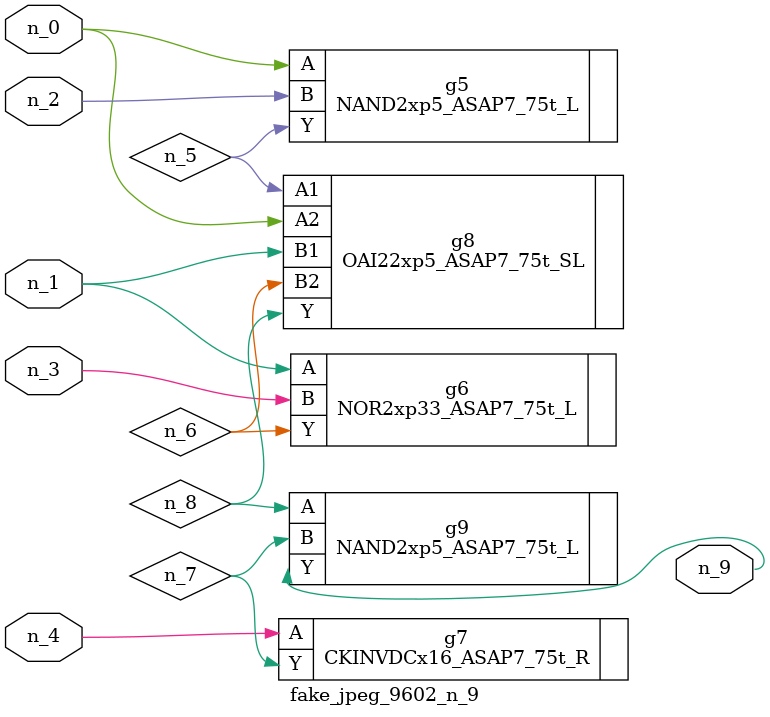
<source format=v>
module fake_jpeg_9602_n_9 (n_3, n_2, n_1, n_0, n_4, n_9);

input n_3;
input n_2;
input n_1;
input n_0;
input n_4;

output n_9;

wire n_8;
wire n_6;
wire n_5;
wire n_7;

NAND2xp5_ASAP7_75t_L g5 ( 
.A(n_0),
.B(n_2),
.Y(n_5)
);

NOR2xp33_ASAP7_75t_L g6 ( 
.A(n_1),
.B(n_3),
.Y(n_6)
);

CKINVDCx16_ASAP7_75t_R g7 ( 
.A(n_4),
.Y(n_7)
);

OAI22xp5_ASAP7_75t_SL g8 ( 
.A1(n_5),
.A2(n_0),
.B1(n_1),
.B2(n_6),
.Y(n_8)
);

NAND2xp5_ASAP7_75t_L g9 ( 
.A(n_8),
.B(n_7),
.Y(n_9)
);


endmodule
</source>
